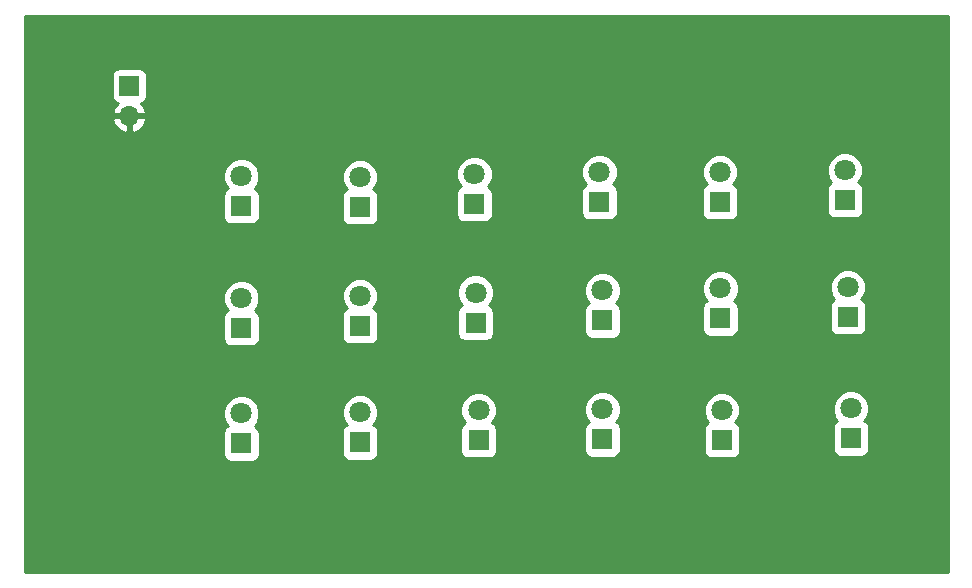
<source format=gbr>
G04 #@! TF.FileFunction,Copper,L2,Bot,Signal*
%FSLAX46Y46*%
G04 Gerber Fmt 4.6, Leading zero omitted, Abs format (unit mm)*
G04 Created by KiCad (PCBNEW 4.0.5) date Thursday, March 09, 2017 'PMt' 04:26:22 PM*
%MOMM*%
%LPD*%
G01*
G04 APERTURE LIST*
%ADD10C,0.100000*%
%ADD11R,1.800000X1.800000*%
%ADD12C,1.800000*%
%ADD13R,1.700000X1.700000*%
%ADD14O,1.700000X1.700000*%
%ADD15C,0.600000*%
%ADD16C,1.016000*%
%ADD17C,0.254000*%
G04 APERTURE END LIST*
D10*
D11*
X156286200Y-110515400D03*
D12*
X156286200Y-107975400D03*
D11*
X156286200Y-120827800D03*
D12*
X156286200Y-118287800D03*
D11*
X156286200Y-130606800D03*
D12*
X156286200Y-128066800D03*
D11*
X166344600Y-110591600D03*
D12*
X166344600Y-108051600D03*
D11*
X166344600Y-120650000D03*
D12*
X166344600Y-118110000D03*
D11*
X166344600Y-130505200D03*
D12*
X166344600Y-127965200D03*
D11*
X176022000Y-110337600D03*
D12*
X176022000Y-107797600D03*
D11*
X176123600Y-120370600D03*
D12*
X176123600Y-117830600D03*
D11*
X176377600Y-130327400D03*
D12*
X176377600Y-127787400D03*
D11*
X186613800Y-110159800D03*
D12*
X186613800Y-107619800D03*
D11*
X186867800Y-120192800D03*
D12*
X186867800Y-117652800D03*
D11*
X186867800Y-130251200D03*
D12*
X186867800Y-127711200D03*
D11*
X196824600Y-110159800D03*
D12*
X196824600Y-107619800D03*
D11*
X196850000Y-120015000D03*
D12*
X196850000Y-117475000D03*
D11*
X196977000Y-130302000D03*
D12*
X196977000Y-127762000D03*
D11*
X207391000Y-109982000D03*
D12*
X207391000Y-107442000D03*
D11*
X207645000Y-119888000D03*
D12*
X207645000Y-117348000D03*
D11*
X207899000Y-130175000D03*
D12*
X207899000Y-127635000D03*
D13*
X146812000Y-100330000D03*
D14*
X146812000Y-102870000D03*
D15*
X208102200Y-138760200D03*
X197078600Y-138760200D03*
X186918600Y-138912600D03*
X176479200Y-139039600D03*
X166420800Y-139141200D03*
X156362400Y-139242800D03*
D16*
X186918600Y-138912600D02*
X186918600Y-138861800D01*
X176479200Y-139039600D02*
X176403000Y-138963400D01*
X166420800Y-139141200D02*
X166370000Y-139090400D01*
X166370000Y-139090400D02*
X166344600Y-139090400D01*
X156413200Y-139192000D02*
X156464000Y-139192000D01*
X156362400Y-139242800D02*
X156413200Y-139192000D01*
D17*
G36*
X216104400Y-141530000D02*
X138099861Y-141530000D01*
X138066705Y-141507846D01*
X137946200Y-141483876D01*
X137946200Y-129706800D01*
X154738760Y-129706800D01*
X154738760Y-131506800D01*
X154783038Y-131742117D01*
X154922110Y-131958241D01*
X155134310Y-132103231D01*
X155386200Y-132154240D01*
X157186200Y-132154240D01*
X157421517Y-132109962D01*
X157637641Y-131970890D01*
X157782631Y-131758690D01*
X157833640Y-131506800D01*
X157833640Y-129706800D01*
X157814523Y-129605200D01*
X164797160Y-129605200D01*
X164797160Y-131405200D01*
X164841438Y-131640517D01*
X164980510Y-131856641D01*
X165192710Y-132001631D01*
X165444600Y-132052640D01*
X167244600Y-132052640D01*
X167479917Y-132008362D01*
X167696041Y-131869290D01*
X167841031Y-131657090D01*
X167892040Y-131405200D01*
X167892040Y-129605200D01*
X167858585Y-129427400D01*
X174830160Y-129427400D01*
X174830160Y-131227400D01*
X174874438Y-131462717D01*
X175013510Y-131678841D01*
X175225710Y-131823831D01*
X175477600Y-131874840D01*
X177277600Y-131874840D01*
X177512917Y-131830562D01*
X177729041Y-131691490D01*
X177874031Y-131479290D01*
X177925040Y-131227400D01*
X177925040Y-129427400D01*
X177910702Y-129351200D01*
X185320360Y-129351200D01*
X185320360Y-131151200D01*
X185364638Y-131386517D01*
X185503710Y-131602641D01*
X185715910Y-131747631D01*
X185967800Y-131798640D01*
X187767800Y-131798640D01*
X188003117Y-131754362D01*
X188219241Y-131615290D01*
X188364231Y-131403090D01*
X188415240Y-131151200D01*
X188415240Y-129402000D01*
X195429560Y-129402000D01*
X195429560Y-131202000D01*
X195473838Y-131437317D01*
X195612910Y-131653441D01*
X195825110Y-131798431D01*
X196077000Y-131849440D01*
X197877000Y-131849440D01*
X198112317Y-131805162D01*
X198328441Y-131666090D01*
X198473431Y-131453890D01*
X198524440Y-131202000D01*
X198524440Y-129402000D01*
X198500544Y-129275000D01*
X206351560Y-129275000D01*
X206351560Y-131075000D01*
X206395838Y-131310317D01*
X206534910Y-131526441D01*
X206747110Y-131671431D01*
X206999000Y-131722440D01*
X208799000Y-131722440D01*
X209034317Y-131678162D01*
X209250441Y-131539090D01*
X209395431Y-131326890D01*
X209446440Y-131075000D01*
X209446440Y-129275000D01*
X209402162Y-129039683D01*
X209263090Y-128823559D01*
X209050890Y-128678569D01*
X209030466Y-128674433D01*
X209199551Y-128505643D01*
X209433733Y-127941670D01*
X209434265Y-127331009D01*
X209201068Y-126766629D01*
X208769643Y-126334449D01*
X208205670Y-126100267D01*
X207595009Y-126099735D01*
X207030629Y-126332932D01*
X206598449Y-126764357D01*
X206364267Y-127328330D01*
X206363735Y-127938991D01*
X206596932Y-128503371D01*
X206764880Y-128671613D01*
X206763683Y-128671838D01*
X206547559Y-128810910D01*
X206402569Y-129023110D01*
X206351560Y-129275000D01*
X198500544Y-129275000D01*
X198480162Y-129166683D01*
X198341090Y-128950559D01*
X198128890Y-128805569D01*
X198108466Y-128801433D01*
X198277551Y-128632643D01*
X198511733Y-128068670D01*
X198512265Y-127458009D01*
X198279068Y-126893629D01*
X197847643Y-126461449D01*
X197283670Y-126227267D01*
X196673009Y-126226735D01*
X196108629Y-126459932D01*
X195676449Y-126891357D01*
X195442267Y-127455330D01*
X195441735Y-128065991D01*
X195674932Y-128630371D01*
X195842880Y-128798613D01*
X195841683Y-128798838D01*
X195625559Y-128937910D01*
X195480569Y-129150110D01*
X195429560Y-129402000D01*
X188415240Y-129402000D01*
X188415240Y-129351200D01*
X188370962Y-129115883D01*
X188231890Y-128899759D01*
X188019690Y-128754769D01*
X187999266Y-128750633D01*
X188168351Y-128581843D01*
X188402533Y-128017870D01*
X188403065Y-127407209D01*
X188169868Y-126842829D01*
X187738443Y-126410649D01*
X187174470Y-126176467D01*
X186563809Y-126175935D01*
X185999429Y-126409132D01*
X185567249Y-126840557D01*
X185333067Y-127404530D01*
X185332535Y-128015191D01*
X185565732Y-128579571D01*
X185733680Y-128747813D01*
X185732483Y-128748038D01*
X185516359Y-128887110D01*
X185371369Y-129099310D01*
X185320360Y-129351200D01*
X177910702Y-129351200D01*
X177880762Y-129192083D01*
X177741690Y-128975959D01*
X177529490Y-128830969D01*
X177509066Y-128826833D01*
X177678151Y-128658043D01*
X177912333Y-128094070D01*
X177912865Y-127483409D01*
X177679668Y-126919029D01*
X177248243Y-126486849D01*
X176684270Y-126252667D01*
X176073609Y-126252135D01*
X175509229Y-126485332D01*
X175077049Y-126916757D01*
X174842867Y-127480730D01*
X174842335Y-128091391D01*
X175075532Y-128655771D01*
X175243480Y-128824013D01*
X175242283Y-128824238D01*
X175026159Y-128963310D01*
X174881169Y-129175510D01*
X174830160Y-129427400D01*
X167858585Y-129427400D01*
X167847762Y-129369883D01*
X167708690Y-129153759D01*
X167496490Y-129008769D01*
X167476066Y-129004633D01*
X167645151Y-128835843D01*
X167879333Y-128271870D01*
X167879865Y-127661209D01*
X167646668Y-127096829D01*
X167215243Y-126664649D01*
X166651270Y-126430467D01*
X166040609Y-126429935D01*
X165476229Y-126663132D01*
X165044049Y-127094557D01*
X164809867Y-127658530D01*
X164809335Y-128269191D01*
X165042532Y-128833571D01*
X165210480Y-129001813D01*
X165209283Y-129002038D01*
X164993159Y-129141110D01*
X164848169Y-129353310D01*
X164797160Y-129605200D01*
X157814523Y-129605200D01*
X157789362Y-129471483D01*
X157650290Y-129255359D01*
X157438090Y-129110369D01*
X157417666Y-129106233D01*
X157586751Y-128937443D01*
X157820933Y-128373470D01*
X157821465Y-127762809D01*
X157588268Y-127198429D01*
X157156843Y-126766249D01*
X156592870Y-126532067D01*
X155982209Y-126531535D01*
X155417829Y-126764732D01*
X154985649Y-127196157D01*
X154751467Y-127760130D01*
X154750935Y-128370791D01*
X154984132Y-128935171D01*
X155152080Y-129103413D01*
X155150883Y-129103638D01*
X154934759Y-129242710D01*
X154789769Y-129454910D01*
X154738760Y-129706800D01*
X137946200Y-129706800D01*
X137946200Y-119927800D01*
X154738760Y-119927800D01*
X154738760Y-121727800D01*
X154783038Y-121963117D01*
X154922110Y-122179241D01*
X155134310Y-122324231D01*
X155386200Y-122375240D01*
X157186200Y-122375240D01*
X157421517Y-122330962D01*
X157637641Y-122191890D01*
X157782631Y-121979690D01*
X157833640Y-121727800D01*
X157833640Y-119927800D01*
X157800185Y-119750000D01*
X164797160Y-119750000D01*
X164797160Y-121550000D01*
X164841438Y-121785317D01*
X164980510Y-122001441D01*
X165192710Y-122146431D01*
X165444600Y-122197440D01*
X167244600Y-122197440D01*
X167479917Y-122153162D01*
X167696041Y-122014090D01*
X167841031Y-121801890D01*
X167892040Y-121550000D01*
X167892040Y-119750000D01*
X167847762Y-119514683D01*
X167819396Y-119470600D01*
X174576160Y-119470600D01*
X174576160Y-121270600D01*
X174620438Y-121505917D01*
X174759510Y-121722041D01*
X174971710Y-121867031D01*
X175223600Y-121918040D01*
X177023600Y-121918040D01*
X177258917Y-121873762D01*
X177475041Y-121734690D01*
X177620031Y-121522490D01*
X177671040Y-121270600D01*
X177671040Y-119470600D01*
X177637585Y-119292800D01*
X185320360Y-119292800D01*
X185320360Y-121092800D01*
X185364638Y-121328117D01*
X185503710Y-121544241D01*
X185715910Y-121689231D01*
X185967800Y-121740240D01*
X187767800Y-121740240D01*
X188003117Y-121695962D01*
X188219241Y-121556890D01*
X188364231Y-121344690D01*
X188415240Y-121092800D01*
X188415240Y-119292800D01*
X188381785Y-119115000D01*
X195302560Y-119115000D01*
X195302560Y-120915000D01*
X195346838Y-121150317D01*
X195485910Y-121366441D01*
X195698110Y-121511431D01*
X195950000Y-121562440D01*
X197750000Y-121562440D01*
X197985317Y-121518162D01*
X198201441Y-121379090D01*
X198346431Y-121166890D01*
X198397440Y-120915000D01*
X198397440Y-119115000D01*
X198373544Y-118988000D01*
X206097560Y-118988000D01*
X206097560Y-120788000D01*
X206141838Y-121023317D01*
X206280910Y-121239441D01*
X206493110Y-121384431D01*
X206745000Y-121435440D01*
X208545000Y-121435440D01*
X208780317Y-121391162D01*
X208996441Y-121252090D01*
X209141431Y-121039890D01*
X209192440Y-120788000D01*
X209192440Y-118988000D01*
X209148162Y-118752683D01*
X209009090Y-118536559D01*
X208796890Y-118391569D01*
X208776466Y-118387433D01*
X208945551Y-118218643D01*
X209179733Y-117654670D01*
X209180265Y-117044009D01*
X208947068Y-116479629D01*
X208515643Y-116047449D01*
X207951670Y-115813267D01*
X207341009Y-115812735D01*
X206776629Y-116045932D01*
X206344449Y-116477357D01*
X206110267Y-117041330D01*
X206109735Y-117651991D01*
X206342932Y-118216371D01*
X206510880Y-118384613D01*
X206509683Y-118384838D01*
X206293559Y-118523910D01*
X206148569Y-118736110D01*
X206097560Y-118988000D01*
X198373544Y-118988000D01*
X198353162Y-118879683D01*
X198214090Y-118663559D01*
X198001890Y-118518569D01*
X197981466Y-118514433D01*
X198150551Y-118345643D01*
X198384733Y-117781670D01*
X198385265Y-117171009D01*
X198152068Y-116606629D01*
X197720643Y-116174449D01*
X197156670Y-115940267D01*
X196546009Y-115939735D01*
X195981629Y-116172932D01*
X195549449Y-116604357D01*
X195315267Y-117168330D01*
X195314735Y-117778991D01*
X195547932Y-118343371D01*
X195715880Y-118511613D01*
X195714683Y-118511838D01*
X195498559Y-118650910D01*
X195353569Y-118863110D01*
X195302560Y-119115000D01*
X188381785Y-119115000D01*
X188370962Y-119057483D01*
X188231890Y-118841359D01*
X188019690Y-118696369D01*
X187999266Y-118692233D01*
X188168351Y-118523443D01*
X188402533Y-117959470D01*
X188403065Y-117348809D01*
X188169868Y-116784429D01*
X187738443Y-116352249D01*
X187174470Y-116118067D01*
X186563809Y-116117535D01*
X185999429Y-116350732D01*
X185567249Y-116782157D01*
X185333067Y-117346130D01*
X185332535Y-117956791D01*
X185565732Y-118521171D01*
X185733680Y-118689413D01*
X185732483Y-118689638D01*
X185516359Y-118828710D01*
X185371369Y-119040910D01*
X185320360Y-119292800D01*
X177637585Y-119292800D01*
X177626762Y-119235283D01*
X177487690Y-119019159D01*
X177275490Y-118874169D01*
X177255066Y-118870033D01*
X177424151Y-118701243D01*
X177658333Y-118137270D01*
X177658865Y-117526609D01*
X177425668Y-116962229D01*
X176994243Y-116530049D01*
X176430270Y-116295867D01*
X175819609Y-116295335D01*
X175255229Y-116528532D01*
X174823049Y-116959957D01*
X174588867Y-117523930D01*
X174588335Y-118134591D01*
X174821532Y-118698971D01*
X174989480Y-118867213D01*
X174988283Y-118867438D01*
X174772159Y-119006510D01*
X174627169Y-119218710D01*
X174576160Y-119470600D01*
X167819396Y-119470600D01*
X167708690Y-119298559D01*
X167496490Y-119153569D01*
X167476066Y-119149433D01*
X167645151Y-118980643D01*
X167879333Y-118416670D01*
X167879865Y-117806009D01*
X167646668Y-117241629D01*
X167215243Y-116809449D01*
X166651270Y-116575267D01*
X166040609Y-116574735D01*
X165476229Y-116807932D01*
X165044049Y-117239357D01*
X164809867Y-117803330D01*
X164809335Y-118413991D01*
X165042532Y-118978371D01*
X165210480Y-119146613D01*
X165209283Y-119146838D01*
X164993159Y-119285910D01*
X164848169Y-119498110D01*
X164797160Y-119750000D01*
X157800185Y-119750000D01*
X157789362Y-119692483D01*
X157650290Y-119476359D01*
X157438090Y-119331369D01*
X157417666Y-119327233D01*
X157586751Y-119158443D01*
X157820933Y-118594470D01*
X157821465Y-117983809D01*
X157588268Y-117419429D01*
X157156843Y-116987249D01*
X156592870Y-116753067D01*
X155982209Y-116752535D01*
X155417829Y-116985732D01*
X154985649Y-117417157D01*
X154751467Y-117981130D01*
X154750935Y-118591791D01*
X154984132Y-119156171D01*
X155152080Y-119324413D01*
X155150883Y-119324638D01*
X154934759Y-119463710D01*
X154789769Y-119675910D01*
X154738760Y-119927800D01*
X137946200Y-119927800D01*
X137946200Y-109615400D01*
X154738760Y-109615400D01*
X154738760Y-111415400D01*
X154783038Y-111650717D01*
X154922110Y-111866841D01*
X155134310Y-112011831D01*
X155386200Y-112062840D01*
X157186200Y-112062840D01*
X157421517Y-112018562D01*
X157637641Y-111879490D01*
X157782631Y-111667290D01*
X157833640Y-111415400D01*
X157833640Y-109691600D01*
X164797160Y-109691600D01*
X164797160Y-111491600D01*
X164841438Y-111726917D01*
X164980510Y-111943041D01*
X165192710Y-112088031D01*
X165444600Y-112139040D01*
X167244600Y-112139040D01*
X167479917Y-112094762D01*
X167696041Y-111955690D01*
X167841031Y-111743490D01*
X167892040Y-111491600D01*
X167892040Y-109691600D01*
X167847762Y-109456283D01*
X167835740Y-109437600D01*
X174474560Y-109437600D01*
X174474560Y-111237600D01*
X174518838Y-111472917D01*
X174657910Y-111689041D01*
X174870110Y-111834031D01*
X175122000Y-111885040D01*
X176922000Y-111885040D01*
X177157317Y-111840762D01*
X177373441Y-111701690D01*
X177518431Y-111489490D01*
X177569440Y-111237600D01*
X177569440Y-109437600D01*
X177535985Y-109259800D01*
X185066360Y-109259800D01*
X185066360Y-111059800D01*
X185110638Y-111295117D01*
X185249710Y-111511241D01*
X185461910Y-111656231D01*
X185713800Y-111707240D01*
X187513800Y-111707240D01*
X187749117Y-111662962D01*
X187965241Y-111523890D01*
X188110231Y-111311690D01*
X188161240Y-111059800D01*
X188161240Y-109259800D01*
X195277160Y-109259800D01*
X195277160Y-111059800D01*
X195321438Y-111295117D01*
X195460510Y-111511241D01*
X195672710Y-111656231D01*
X195924600Y-111707240D01*
X197724600Y-111707240D01*
X197959917Y-111662962D01*
X198176041Y-111523890D01*
X198321031Y-111311690D01*
X198372040Y-111059800D01*
X198372040Y-109259800D01*
X198338585Y-109082000D01*
X205843560Y-109082000D01*
X205843560Y-110882000D01*
X205887838Y-111117317D01*
X206026910Y-111333441D01*
X206239110Y-111478431D01*
X206491000Y-111529440D01*
X208291000Y-111529440D01*
X208526317Y-111485162D01*
X208742441Y-111346090D01*
X208887431Y-111133890D01*
X208938440Y-110882000D01*
X208938440Y-109082000D01*
X208894162Y-108846683D01*
X208755090Y-108630559D01*
X208542890Y-108485569D01*
X208522466Y-108481433D01*
X208691551Y-108312643D01*
X208925733Y-107748670D01*
X208926265Y-107138009D01*
X208693068Y-106573629D01*
X208261643Y-106141449D01*
X207697670Y-105907267D01*
X207087009Y-105906735D01*
X206522629Y-106139932D01*
X206090449Y-106571357D01*
X205856267Y-107135330D01*
X205855735Y-107745991D01*
X206088932Y-108310371D01*
X206256880Y-108478613D01*
X206255683Y-108478838D01*
X206039559Y-108617910D01*
X205894569Y-108830110D01*
X205843560Y-109082000D01*
X198338585Y-109082000D01*
X198327762Y-109024483D01*
X198188690Y-108808359D01*
X197976490Y-108663369D01*
X197956066Y-108659233D01*
X198125151Y-108490443D01*
X198359333Y-107926470D01*
X198359865Y-107315809D01*
X198126668Y-106751429D01*
X197695243Y-106319249D01*
X197131270Y-106085067D01*
X196520609Y-106084535D01*
X195956229Y-106317732D01*
X195524049Y-106749157D01*
X195289867Y-107313130D01*
X195289335Y-107923791D01*
X195522532Y-108488171D01*
X195690480Y-108656413D01*
X195689283Y-108656638D01*
X195473159Y-108795710D01*
X195328169Y-109007910D01*
X195277160Y-109259800D01*
X188161240Y-109259800D01*
X188116962Y-109024483D01*
X187977890Y-108808359D01*
X187765690Y-108663369D01*
X187745266Y-108659233D01*
X187914351Y-108490443D01*
X188148533Y-107926470D01*
X188149065Y-107315809D01*
X187915868Y-106751429D01*
X187484443Y-106319249D01*
X186920470Y-106085067D01*
X186309809Y-106084535D01*
X185745429Y-106317732D01*
X185313249Y-106749157D01*
X185079067Y-107313130D01*
X185078535Y-107923791D01*
X185311732Y-108488171D01*
X185479680Y-108656413D01*
X185478483Y-108656638D01*
X185262359Y-108795710D01*
X185117369Y-109007910D01*
X185066360Y-109259800D01*
X177535985Y-109259800D01*
X177525162Y-109202283D01*
X177386090Y-108986159D01*
X177173890Y-108841169D01*
X177153466Y-108837033D01*
X177322551Y-108668243D01*
X177556733Y-108104270D01*
X177557265Y-107493609D01*
X177324068Y-106929229D01*
X176892643Y-106497049D01*
X176328670Y-106262867D01*
X175718009Y-106262335D01*
X175153629Y-106495532D01*
X174721449Y-106926957D01*
X174487267Y-107490930D01*
X174486735Y-108101591D01*
X174719932Y-108665971D01*
X174887880Y-108834213D01*
X174886683Y-108834438D01*
X174670559Y-108973510D01*
X174525569Y-109185710D01*
X174474560Y-109437600D01*
X167835740Y-109437600D01*
X167708690Y-109240159D01*
X167496490Y-109095169D01*
X167476066Y-109091033D01*
X167645151Y-108922243D01*
X167879333Y-108358270D01*
X167879865Y-107747609D01*
X167646668Y-107183229D01*
X167215243Y-106751049D01*
X166651270Y-106516867D01*
X166040609Y-106516335D01*
X165476229Y-106749532D01*
X165044049Y-107180957D01*
X164809867Y-107744930D01*
X164809335Y-108355591D01*
X165042532Y-108919971D01*
X165210480Y-109088213D01*
X165209283Y-109088438D01*
X164993159Y-109227510D01*
X164848169Y-109439710D01*
X164797160Y-109691600D01*
X157833640Y-109691600D01*
X157833640Y-109615400D01*
X157789362Y-109380083D01*
X157650290Y-109163959D01*
X157438090Y-109018969D01*
X157417666Y-109014833D01*
X157586751Y-108846043D01*
X157820933Y-108282070D01*
X157821465Y-107671409D01*
X157588268Y-107107029D01*
X157156843Y-106674849D01*
X156592870Y-106440667D01*
X155982209Y-106440135D01*
X155417829Y-106673332D01*
X154985649Y-107104757D01*
X154751467Y-107668730D01*
X154750935Y-108279391D01*
X154984132Y-108843771D01*
X155152080Y-109012013D01*
X155150883Y-109012238D01*
X154934759Y-109151310D01*
X154789769Y-109363510D01*
X154738760Y-109615400D01*
X137946200Y-109615400D01*
X137946200Y-103226890D01*
X145370524Y-103226890D01*
X145540355Y-103636924D01*
X145930642Y-104065183D01*
X146455108Y-104311486D01*
X146685000Y-104190819D01*
X146685000Y-102997000D01*
X146939000Y-102997000D01*
X146939000Y-104190819D01*
X147168892Y-104311486D01*
X147693358Y-104065183D01*
X148083645Y-103636924D01*
X148253476Y-103226890D01*
X148132155Y-102997000D01*
X146939000Y-102997000D01*
X146685000Y-102997000D01*
X145491845Y-102997000D01*
X145370524Y-103226890D01*
X137946200Y-103226890D01*
X137946200Y-99480000D01*
X145314560Y-99480000D01*
X145314560Y-101180000D01*
X145358838Y-101415317D01*
X145497910Y-101631441D01*
X145710110Y-101776431D01*
X145818107Y-101798301D01*
X145540355Y-102103076D01*
X145370524Y-102513110D01*
X145491845Y-102743000D01*
X146685000Y-102743000D01*
X146685000Y-102723000D01*
X146939000Y-102723000D01*
X146939000Y-102743000D01*
X148132155Y-102743000D01*
X148253476Y-102513110D01*
X148083645Y-102103076D01*
X147807499Y-101800063D01*
X147897317Y-101783162D01*
X148113441Y-101644090D01*
X148258431Y-101431890D01*
X148309440Y-101180000D01*
X148309440Y-99480000D01*
X148265162Y-99244683D01*
X148126090Y-99028559D01*
X147913890Y-98883569D01*
X147662000Y-98832560D01*
X145962000Y-98832560D01*
X145726683Y-98876838D01*
X145510559Y-99015910D01*
X145365569Y-99228110D01*
X145314560Y-99480000D01*
X137946200Y-99480000D01*
X137946200Y-94385200D01*
X216104400Y-94385200D01*
X216104400Y-141530000D01*
X216104400Y-141530000D01*
G37*
X216104400Y-141530000D02*
X138099861Y-141530000D01*
X138066705Y-141507846D01*
X137946200Y-141483876D01*
X137946200Y-129706800D01*
X154738760Y-129706800D01*
X154738760Y-131506800D01*
X154783038Y-131742117D01*
X154922110Y-131958241D01*
X155134310Y-132103231D01*
X155386200Y-132154240D01*
X157186200Y-132154240D01*
X157421517Y-132109962D01*
X157637641Y-131970890D01*
X157782631Y-131758690D01*
X157833640Y-131506800D01*
X157833640Y-129706800D01*
X157814523Y-129605200D01*
X164797160Y-129605200D01*
X164797160Y-131405200D01*
X164841438Y-131640517D01*
X164980510Y-131856641D01*
X165192710Y-132001631D01*
X165444600Y-132052640D01*
X167244600Y-132052640D01*
X167479917Y-132008362D01*
X167696041Y-131869290D01*
X167841031Y-131657090D01*
X167892040Y-131405200D01*
X167892040Y-129605200D01*
X167858585Y-129427400D01*
X174830160Y-129427400D01*
X174830160Y-131227400D01*
X174874438Y-131462717D01*
X175013510Y-131678841D01*
X175225710Y-131823831D01*
X175477600Y-131874840D01*
X177277600Y-131874840D01*
X177512917Y-131830562D01*
X177729041Y-131691490D01*
X177874031Y-131479290D01*
X177925040Y-131227400D01*
X177925040Y-129427400D01*
X177910702Y-129351200D01*
X185320360Y-129351200D01*
X185320360Y-131151200D01*
X185364638Y-131386517D01*
X185503710Y-131602641D01*
X185715910Y-131747631D01*
X185967800Y-131798640D01*
X187767800Y-131798640D01*
X188003117Y-131754362D01*
X188219241Y-131615290D01*
X188364231Y-131403090D01*
X188415240Y-131151200D01*
X188415240Y-129402000D01*
X195429560Y-129402000D01*
X195429560Y-131202000D01*
X195473838Y-131437317D01*
X195612910Y-131653441D01*
X195825110Y-131798431D01*
X196077000Y-131849440D01*
X197877000Y-131849440D01*
X198112317Y-131805162D01*
X198328441Y-131666090D01*
X198473431Y-131453890D01*
X198524440Y-131202000D01*
X198524440Y-129402000D01*
X198500544Y-129275000D01*
X206351560Y-129275000D01*
X206351560Y-131075000D01*
X206395838Y-131310317D01*
X206534910Y-131526441D01*
X206747110Y-131671431D01*
X206999000Y-131722440D01*
X208799000Y-131722440D01*
X209034317Y-131678162D01*
X209250441Y-131539090D01*
X209395431Y-131326890D01*
X209446440Y-131075000D01*
X209446440Y-129275000D01*
X209402162Y-129039683D01*
X209263090Y-128823559D01*
X209050890Y-128678569D01*
X209030466Y-128674433D01*
X209199551Y-128505643D01*
X209433733Y-127941670D01*
X209434265Y-127331009D01*
X209201068Y-126766629D01*
X208769643Y-126334449D01*
X208205670Y-126100267D01*
X207595009Y-126099735D01*
X207030629Y-126332932D01*
X206598449Y-126764357D01*
X206364267Y-127328330D01*
X206363735Y-127938991D01*
X206596932Y-128503371D01*
X206764880Y-128671613D01*
X206763683Y-128671838D01*
X206547559Y-128810910D01*
X206402569Y-129023110D01*
X206351560Y-129275000D01*
X198500544Y-129275000D01*
X198480162Y-129166683D01*
X198341090Y-128950559D01*
X198128890Y-128805569D01*
X198108466Y-128801433D01*
X198277551Y-128632643D01*
X198511733Y-128068670D01*
X198512265Y-127458009D01*
X198279068Y-126893629D01*
X197847643Y-126461449D01*
X197283670Y-126227267D01*
X196673009Y-126226735D01*
X196108629Y-126459932D01*
X195676449Y-126891357D01*
X195442267Y-127455330D01*
X195441735Y-128065991D01*
X195674932Y-128630371D01*
X195842880Y-128798613D01*
X195841683Y-128798838D01*
X195625559Y-128937910D01*
X195480569Y-129150110D01*
X195429560Y-129402000D01*
X188415240Y-129402000D01*
X188415240Y-129351200D01*
X188370962Y-129115883D01*
X188231890Y-128899759D01*
X188019690Y-128754769D01*
X187999266Y-128750633D01*
X188168351Y-128581843D01*
X188402533Y-128017870D01*
X188403065Y-127407209D01*
X188169868Y-126842829D01*
X187738443Y-126410649D01*
X187174470Y-126176467D01*
X186563809Y-126175935D01*
X185999429Y-126409132D01*
X185567249Y-126840557D01*
X185333067Y-127404530D01*
X185332535Y-128015191D01*
X185565732Y-128579571D01*
X185733680Y-128747813D01*
X185732483Y-128748038D01*
X185516359Y-128887110D01*
X185371369Y-129099310D01*
X185320360Y-129351200D01*
X177910702Y-129351200D01*
X177880762Y-129192083D01*
X177741690Y-128975959D01*
X177529490Y-128830969D01*
X177509066Y-128826833D01*
X177678151Y-128658043D01*
X177912333Y-128094070D01*
X177912865Y-127483409D01*
X177679668Y-126919029D01*
X177248243Y-126486849D01*
X176684270Y-126252667D01*
X176073609Y-126252135D01*
X175509229Y-126485332D01*
X175077049Y-126916757D01*
X174842867Y-127480730D01*
X174842335Y-128091391D01*
X175075532Y-128655771D01*
X175243480Y-128824013D01*
X175242283Y-128824238D01*
X175026159Y-128963310D01*
X174881169Y-129175510D01*
X174830160Y-129427400D01*
X167858585Y-129427400D01*
X167847762Y-129369883D01*
X167708690Y-129153759D01*
X167496490Y-129008769D01*
X167476066Y-129004633D01*
X167645151Y-128835843D01*
X167879333Y-128271870D01*
X167879865Y-127661209D01*
X167646668Y-127096829D01*
X167215243Y-126664649D01*
X166651270Y-126430467D01*
X166040609Y-126429935D01*
X165476229Y-126663132D01*
X165044049Y-127094557D01*
X164809867Y-127658530D01*
X164809335Y-128269191D01*
X165042532Y-128833571D01*
X165210480Y-129001813D01*
X165209283Y-129002038D01*
X164993159Y-129141110D01*
X164848169Y-129353310D01*
X164797160Y-129605200D01*
X157814523Y-129605200D01*
X157789362Y-129471483D01*
X157650290Y-129255359D01*
X157438090Y-129110369D01*
X157417666Y-129106233D01*
X157586751Y-128937443D01*
X157820933Y-128373470D01*
X157821465Y-127762809D01*
X157588268Y-127198429D01*
X157156843Y-126766249D01*
X156592870Y-126532067D01*
X155982209Y-126531535D01*
X155417829Y-126764732D01*
X154985649Y-127196157D01*
X154751467Y-127760130D01*
X154750935Y-128370791D01*
X154984132Y-128935171D01*
X155152080Y-129103413D01*
X155150883Y-129103638D01*
X154934759Y-129242710D01*
X154789769Y-129454910D01*
X154738760Y-129706800D01*
X137946200Y-129706800D01*
X137946200Y-119927800D01*
X154738760Y-119927800D01*
X154738760Y-121727800D01*
X154783038Y-121963117D01*
X154922110Y-122179241D01*
X155134310Y-122324231D01*
X155386200Y-122375240D01*
X157186200Y-122375240D01*
X157421517Y-122330962D01*
X157637641Y-122191890D01*
X157782631Y-121979690D01*
X157833640Y-121727800D01*
X157833640Y-119927800D01*
X157800185Y-119750000D01*
X164797160Y-119750000D01*
X164797160Y-121550000D01*
X164841438Y-121785317D01*
X164980510Y-122001441D01*
X165192710Y-122146431D01*
X165444600Y-122197440D01*
X167244600Y-122197440D01*
X167479917Y-122153162D01*
X167696041Y-122014090D01*
X167841031Y-121801890D01*
X167892040Y-121550000D01*
X167892040Y-119750000D01*
X167847762Y-119514683D01*
X167819396Y-119470600D01*
X174576160Y-119470600D01*
X174576160Y-121270600D01*
X174620438Y-121505917D01*
X174759510Y-121722041D01*
X174971710Y-121867031D01*
X175223600Y-121918040D01*
X177023600Y-121918040D01*
X177258917Y-121873762D01*
X177475041Y-121734690D01*
X177620031Y-121522490D01*
X177671040Y-121270600D01*
X177671040Y-119470600D01*
X177637585Y-119292800D01*
X185320360Y-119292800D01*
X185320360Y-121092800D01*
X185364638Y-121328117D01*
X185503710Y-121544241D01*
X185715910Y-121689231D01*
X185967800Y-121740240D01*
X187767800Y-121740240D01*
X188003117Y-121695962D01*
X188219241Y-121556890D01*
X188364231Y-121344690D01*
X188415240Y-121092800D01*
X188415240Y-119292800D01*
X188381785Y-119115000D01*
X195302560Y-119115000D01*
X195302560Y-120915000D01*
X195346838Y-121150317D01*
X195485910Y-121366441D01*
X195698110Y-121511431D01*
X195950000Y-121562440D01*
X197750000Y-121562440D01*
X197985317Y-121518162D01*
X198201441Y-121379090D01*
X198346431Y-121166890D01*
X198397440Y-120915000D01*
X198397440Y-119115000D01*
X198373544Y-118988000D01*
X206097560Y-118988000D01*
X206097560Y-120788000D01*
X206141838Y-121023317D01*
X206280910Y-121239441D01*
X206493110Y-121384431D01*
X206745000Y-121435440D01*
X208545000Y-121435440D01*
X208780317Y-121391162D01*
X208996441Y-121252090D01*
X209141431Y-121039890D01*
X209192440Y-120788000D01*
X209192440Y-118988000D01*
X209148162Y-118752683D01*
X209009090Y-118536559D01*
X208796890Y-118391569D01*
X208776466Y-118387433D01*
X208945551Y-118218643D01*
X209179733Y-117654670D01*
X209180265Y-117044009D01*
X208947068Y-116479629D01*
X208515643Y-116047449D01*
X207951670Y-115813267D01*
X207341009Y-115812735D01*
X206776629Y-116045932D01*
X206344449Y-116477357D01*
X206110267Y-117041330D01*
X206109735Y-117651991D01*
X206342932Y-118216371D01*
X206510880Y-118384613D01*
X206509683Y-118384838D01*
X206293559Y-118523910D01*
X206148569Y-118736110D01*
X206097560Y-118988000D01*
X198373544Y-118988000D01*
X198353162Y-118879683D01*
X198214090Y-118663559D01*
X198001890Y-118518569D01*
X197981466Y-118514433D01*
X198150551Y-118345643D01*
X198384733Y-117781670D01*
X198385265Y-117171009D01*
X198152068Y-116606629D01*
X197720643Y-116174449D01*
X197156670Y-115940267D01*
X196546009Y-115939735D01*
X195981629Y-116172932D01*
X195549449Y-116604357D01*
X195315267Y-117168330D01*
X195314735Y-117778991D01*
X195547932Y-118343371D01*
X195715880Y-118511613D01*
X195714683Y-118511838D01*
X195498559Y-118650910D01*
X195353569Y-118863110D01*
X195302560Y-119115000D01*
X188381785Y-119115000D01*
X188370962Y-119057483D01*
X188231890Y-118841359D01*
X188019690Y-118696369D01*
X187999266Y-118692233D01*
X188168351Y-118523443D01*
X188402533Y-117959470D01*
X188403065Y-117348809D01*
X188169868Y-116784429D01*
X187738443Y-116352249D01*
X187174470Y-116118067D01*
X186563809Y-116117535D01*
X185999429Y-116350732D01*
X185567249Y-116782157D01*
X185333067Y-117346130D01*
X185332535Y-117956791D01*
X185565732Y-118521171D01*
X185733680Y-118689413D01*
X185732483Y-118689638D01*
X185516359Y-118828710D01*
X185371369Y-119040910D01*
X185320360Y-119292800D01*
X177637585Y-119292800D01*
X177626762Y-119235283D01*
X177487690Y-119019159D01*
X177275490Y-118874169D01*
X177255066Y-118870033D01*
X177424151Y-118701243D01*
X177658333Y-118137270D01*
X177658865Y-117526609D01*
X177425668Y-116962229D01*
X176994243Y-116530049D01*
X176430270Y-116295867D01*
X175819609Y-116295335D01*
X175255229Y-116528532D01*
X174823049Y-116959957D01*
X174588867Y-117523930D01*
X174588335Y-118134591D01*
X174821532Y-118698971D01*
X174989480Y-118867213D01*
X174988283Y-118867438D01*
X174772159Y-119006510D01*
X174627169Y-119218710D01*
X174576160Y-119470600D01*
X167819396Y-119470600D01*
X167708690Y-119298559D01*
X167496490Y-119153569D01*
X167476066Y-119149433D01*
X167645151Y-118980643D01*
X167879333Y-118416670D01*
X167879865Y-117806009D01*
X167646668Y-117241629D01*
X167215243Y-116809449D01*
X166651270Y-116575267D01*
X166040609Y-116574735D01*
X165476229Y-116807932D01*
X165044049Y-117239357D01*
X164809867Y-117803330D01*
X164809335Y-118413991D01*
X165042532Y-118978371D01*
X165210480Y-119146613D01*
X165209283Y-119146838D01*
X164993159Y-119285910D01*
X164848169Y-119498110D01*
X164797160Y-119750000D01*
X157800185Y-119750000D01*
X157789362Y-119692483D01*
X157650290Y-119476359D01*
X157438090Y-119331369D01*
X157417666Y-119327233D01*
X157586751Y-119158443D01*
X157820933Y-118594470D01*
X157821465Y-117983809D01*
X157588268Y-117419429D01*
X157156843Y-116987249D01*
X156592870Y-116753067D01*
X155982209Y-116752535D01*
X155417829Y-116985732D01*
X154985649Y-117417157D01*
X154751467Y-117981130D01*
X154750935Y-118591791D01*
X154984132Y-119156171D01*
X155152080Y-119324413D01*
X155150883Y-119324638D01*
X154934759Y-119463710D01*
X154789769Y-119675910D01*
X154738760Y-119927800D01*
X137946200Y-119927800D01*
X137946200Y-109615400D01*
X154738760Y-109615400D01*
X154738760Y-111415400D01*
X154783038Y-111650717D01*
X154922110Y-111866841D01*
X155134310Y-112011831D01*
X155386200Y-112062840D01*
X157186200Y-112062840D01*
X157421517Y-112018562D01*
X157637641Y-111879490D01*
X157782631Y-111667290D01*
X157833640Y-111415400D01*
X157833640Y-109691600D01*
X164797160Y-109691600D01*
X164797160Y-111491600D01*
X164841438Y-111726917D01*
X164980510Y-111943041D01*
X165192710Y-112088031D01*
X165444600Y-112139040D01*
X167244600Y-112139040D01*
X167479917Y-112094762D01*
X167696041Y-111955690D01*
X167841031Y-111743490D01*
X167892040Y-111491600D01*
X167892040Y-109691600D01*
X167847762Y-109456283D01*
X167835740Y-109437600D01*
X174474560Y-109437600D01*
X174474560Y-111237600D01*
X174518838Y-111472917D01*
X174657910Y-111689041D01*
X174870110Y-111834031D01*
X175122000Y-111885040D01*
X176922000Y-111885040D01*
X177157317Y-111840762D01*
X177373441Y-111701690D01*
X177518431Y-111489490D01*
X177569440Y-111237600D01*
X177569440Y-109437600D01*
X177535985Y-109259800D01*
X185066360Y-109259800D01*
X185066360Y-111059800D01*
X185110638Y-111295117D01*
X185249710Y-111511241D01*
X185461910Y-111656231D01*
X185713800Y-111707240D01*
X187513800Y-111707240D01*
X187749117Y-111662962D01*
X187965241Y-111523890D01*
X188110231Y-111311690D01*
X188161240Y-111059800D01*
X188161240Y-109259800D01*
X195277160Y-109259800D01*
X195277160Y-111059800D01*
X195321438Y-111295117D01*
X195460510Y-111511241D01*
X195672710Y-111656231D01*
X195924600Y-111707240D01*
X197724600Y-111707240D01*
X197959917Y-111662962D01*
X198176041Y-111523890D01*
X198321031Y-111311690D01*
X198372040Y-111059800D01*
X198372040Y-109259800D01*
X198338585Y-109082000D01*
X205843560Y-109082000D01*
X205843560Y-110882000D01*
X205887838Y-111117317D01*
X206026910Y-111333441D01*
X206239110Y-111478431D01*
X206491000Y-111529440D01*
X208291000Y-111529440D01*
X208526317Y-111485162D01*
X208742441Y-111346090D01*
X208887431Y-111133890D01*
X208938440Y-110882000D01*
X208938440Y-109082000D01*
X208894162Y-108846683D01*
X208755090Y-108630559D01*
X208542890Y-108485569D01*
X208522466Y-108481433D01*
X208691551Y-108312643D01*
X208925733Y-107748670D01*
X208926265Y-107138009D01*
X208693068Y-106573629D01*
X208261643Y-106141449D01*
X207697670Y-105907267D01*
X207087009Y-105906735D01*
X206522629Y-106139932D01*
X206090449Y-106571357D01*
X205856267Y-107135330D01*
X205855735Y-107745991D01*
X206088932Y-108310371D01*
X206256880Y-108478613D01*
X206255683Y-108478838D01*
X206039559Y-108617910D01*
X205894569Y-108830110D01*
X205843560Y-109082000D01*
X198338585Y-109082000D01*
X198327762Y-109024483D01*
X198188690Y-108808359D01*
X197976490Y-108663369D01*
X197956066Y-108659233D01*
X198125151Y-108490443D01*
X198359333Y-107926470D01*
X198359865Y-107315809D01*
X198126668Y-106751429D01*
X197695243Y-106319249D01*
X197131270Y-106085067D01*
X196520609Y-106084535D01*
X195956229Y-106317732D01*
X195524049Y-106749157D01*
X195289867Y-107313130D01*
X195289335Y-107923791D01*
X195522532Y-108488171D01*
X195690480Y-108656413D01*
X195689283Y-108656638D01*
X195473159Y-108795710D01*
X195328169Y-109007910D01*
X195277160Y-109259800D01*
X188161240Y-109259800D01*
X188116962Y-109024483D01*
X187977890Y-108808359D01*
X187765690Y-108663369D01*
X187745266Y-108659233D01*
X187914351Y-108490443D01*
X188148533Y-107926470D01*
X188149065Y-107315809D01*
X187915868Y-106751429D01*
X187484443Y-106319249D01*
X186920470Y-106085067D01*
X186309809Y-106084535D01*
X185745429Y-106317732D01*
X185313249Y-106749157D01*
X185079067Y-107313130D01*
X185078535Y-107923791D01*
X185311732Y-108488171D01*
X185479680Y-108656413D01*
X185478483Y-108656638D01*
X185262359Y-108795710D01*
X185117369Y-109007910D01*
X185066360Y-109259800D01*
X177535985Y-109259800D01*
X177525162Y-109202283D01*
X177386090Y-108986159D01*
X177173890Y-108841169D01*
X177153466Y-108837033D01*
X177322551Y-108668243D01*
X177556733Y-108104270D01*
X177557265Y-107493609D01*
X177324068Y-106929229D01*
X176892643Y-106497049D01*
X176328670Y-106262867D01*
X175718009Y-106262335D01*
X175153629Y-106495532D01*
X174721449Y-106926957D01*
X174487267Y-107490930D01*
X174486735Y-108101591D01*
X174719932Y-108665971D01*
X174887880Y-108834213D01*
X174886683Y-108834438D01*
X174670559Y-108973510D01*
X174525569Y-109185710D01*
X174474560Y-109437600D01*
X167835740Y-109437600D01*
X167708690Y-109240159D01*
X167496490Y-109095169D01*
X167476066Y-109091033D01*
X167645151Y-108922243D01*
X167879333Y-108358270D01*
X167879865Y-107747609D01*
X167646668Y-107183229D01*
X167215243Y-106751049D01*
X166651270Y-106516867D01*
X166040609Y-106516335D01*
X165476229Y-106749532D01*
X165044049Y-107180957D01*
X164809867Y-107744930D01*
X164809335Y-108355591D01*
X165042532Y-108919971D01*
X165210480Y-109088213D01*
X165209283Y-109088438D01*
X164993159Y-109227510D01*
X164848169Y-109439710D01*
X164797160Y-109691600D01*
X157833640Y-109691600D01*
X157833640Y-109615400D01*
X157789362Y-109380083D01*
X157650290Y-109163959D01*
X157438090Y-109018969D01*
X157417666Y-109014833D01*
X157586751Y-108846043D01*
X157820933Y-108282070D01*
X157821465Y-107671409D01*
X157588268Y-107107029D01*
X157156843Y-106674849D01*
X156592870Y-106440667D01*
X155982209Y-106440135D01*
X155417829Y-106673332D01*
X154985649Y-107104757D01*
X154751467Y-107668730D01*
X154750935Y-108279391D01*
X154984132Y-108843771D01*
X155152080Y-109012013D01*
X155150883Y-109012238D01*
X154934759Y-109151310D01*
X154789769Y-109363510D01*
X154738760Y-109615400D01*
X137946200Y-109615400D01*
X137946200Y-103226890D01*
X145370524Y-103226890D01*
X145540355Y-103636924D01*
X145930642Y-104065183D01*
X146455108Y-104311486D01*
X146685000Y-104190819D01*
X146685000Y-102997000D01*
X146939000Y-102997000D01*
X146939000Y-104190819D01*
X147168892Y-104311486D01*
X147693358Y-104065183D01*
X148083645Y-103636924D01*
X148253476Y-103226890D01*
X148132155Y-102997000D01*
X146939000Y-102997000D01*
X146685000Y-102997000D01*
X145491845Y-102997000D01*
X145370524Y-103226890D01*
X137946200Y-103226890D01*
X137946200Y-99480000D01*
X145314560Y-99480000D01*
X145314560Y-101180000D01*
X145358838Y-101415317D01*
X145497910Y-101631441D01*
X145710110Y-101776431D01*
X145818107Y-101798301D01*
X145540355Y-102103076D01*
X145370524Y-102513110D01*
X145491845Y-102743000D01*
X146685000Y-102743000D01*
X146685000Y-102723000D01*
X146939000Y-102723000D01*
X146939000Y-102743000D01*
X148132155Y-102743000D01*
X148253476Y-102513110D01*
X148083645Y-102103076D01*
X147807499Y-101800063D01*
X147897317Y-101783162D01*
X148113441Y-101644090D01*
X148258431Y-101431890D01*
X148309440Y-101180000D01*
X148309440Y-99480000D01*
X148265162Y-99244683D01*
X148126090Y-99028559D01*
X147913890Y-98883569D01*
X147662000Y-98832560D01*
X145962000Y-98832560D01*
X145726683Y-98876838D01*
X145510559Y-99015910D01*
X145365569Y-99228110D01*
X145314560Y-99480000D01*
X137946200Y-99480000D01*
X137946200Y-94385200D01*
X216104400Y-94385200D01*
X216104400Y-141530000D01*
M02*

</source>
